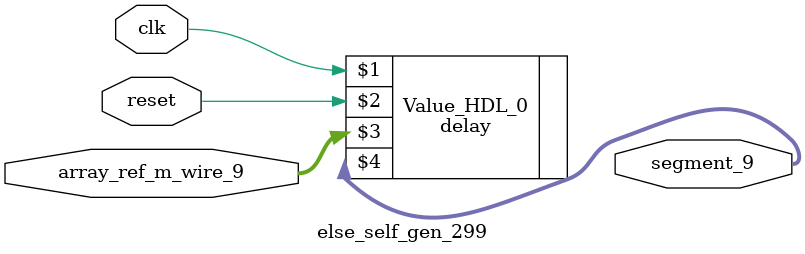
<source format=v>
module else_self_gen_299( input clk, input reset, input [31:0]array_ref_m_wire_9, output [31:0]segment_9); 
	wire [31:0]segment_9;
	//Proceed with segment_9 = array_ref_m_wire_9
	delay Value_HDL_0 ( clk, reset, array_ref_m_wire_9, segment_9);
endmodule
</source>
